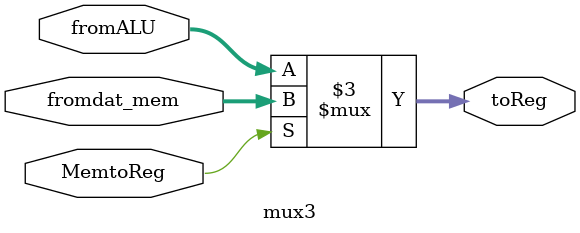
<source format=sv>
module mux3 (
  input[7:0] fromALU,
  input[7:0] fromdat_mem,  
  input      MemtoReg, 
  output logic[7:0] toReg);


always_comb begin
  if (MemtoReg) begin 
    toReg = fromdat_mem;
  end
  else begin
    toReg = fromALU;
  end
end
 endmodule
</source>
